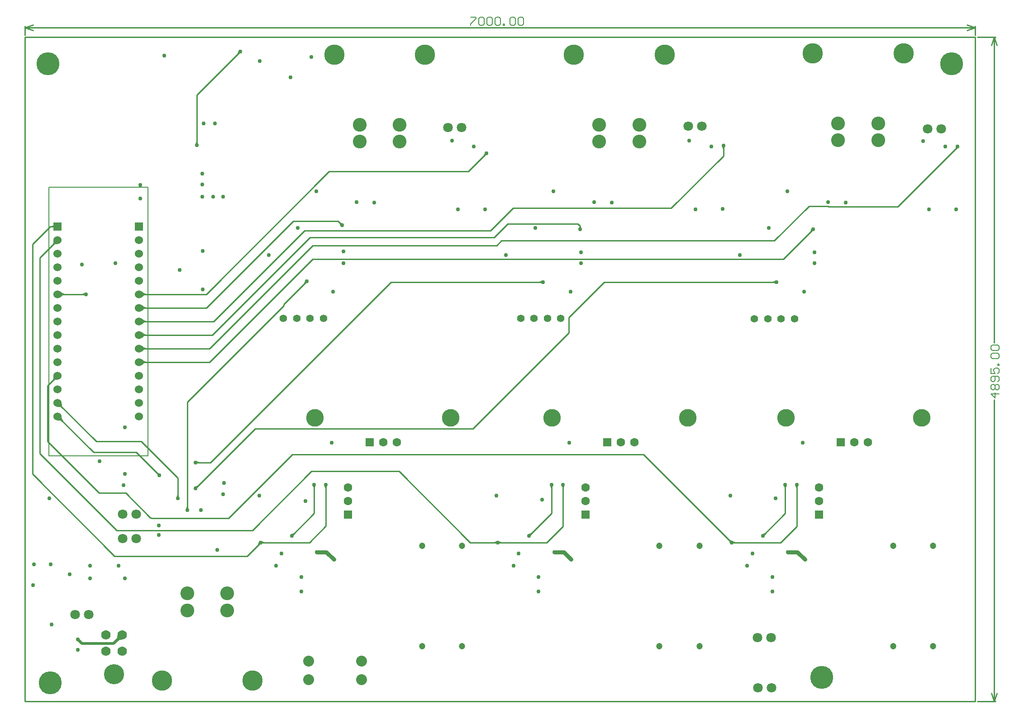
<source format=gbl>
G04*
G04 #@! TF.GenerationSoftware,Altium Limited,Altium Designer,21.9.2 (33)*
G04*
G04 Layer_Physical_Order=4*
G04 Layer_Color=16711680*
%FSLAX25Y25*%
%MOIN*%
G70*
G04*
G04 #@! TF.SameCoordinates,20C0D9CC-F100-46A5-AC51-F6AD6B347EFB*
G04*
G04*
G04 #@! TF.FilePolarity,Positive*
G04*
G01*
G75*
%ADD12C,0.01000*%
%ADD15C,0.00500*%
%ADD17C,0.00600*%
%ADD27C,0.03000*%
%ADD80C,0.02000*%
%ADD83C,0.03000*%
%ADD85C,0.07087*%
%ADD86C,0.05600*%
%ADD87C,0.10158*%
%ADD88C,0.15000*%
%ADD89C,0.16929*%
%ADD90C,0.06024*%
%ADD91R,0.06024X0.06024*%
%ADD92C,0.07000*%
%ADD93C,0.14800*%
%ADD94C,0.04724*%
%ADD95C,0.13000*%
%ADD96R,0.06299X0.06299*%
%ADD97C,0.06299*%
%ADD98R,0.06299X0.06299*%
%ADD99C,0.08000*%
G36*
X39720Y43366D02*
X39015Y44000D01*
X40500Y45485D01*
X40506Y45465D01*
X40525Y45434D01*
X40557Y45392D01*
X40658Y45274D01*
X41014Y44901D01*
X41134Y44780D01*
X39720Y43366D01*
D02*
G37*
G36*
X66936Y45651D02*
X67142Y45877D01*
X67326Y46122D01*
X67487Y46386D01*
X67627Y46669D01*
X67744Y46971D01*
X67840Y47292D01*
X67913Y47632D01*
X67964Y47991D01*
X67993Y48368D01*
X68000Y48765D01*
X71465Y45300D01*
X71068Y45293D01*
X70691Y45264D01*
X70332Y45213D01*
X69992Y45140D01*
X69671Y45044D01*
X69369Y44927D01*
X69086Y44787D01*
X68822Y44626D01*
X68577Y44442D01*
X68350Y44236D01*
X66936Y45651D01*
D02*
G37*
G36*
X120000Y143314D02*
X120006Y143175D01*
X120022Y143039D01*
X120050Y142907D01*
X120088Y142778D01*
X120138Y142651D01*
X120198Y142529D01*
X120270Y142410D01*
X120352Y142294D01*
X120446Y142181D01*
X120550Y142071D01*
X118450D01*
X118554Y142181D01*
X118648Y142294D01*
X118730Y142410D01*
X118802Y142529D01*
X118862Y142651D01*
X118912Y142778D01*
X118950Y142907D01*
X118978Y143039D01*
X118994Y143175D01*
X119000Y143314D01*
X120000D01*
D02*
G37*
G36*
X112932Y151837D02*
X112937Y151697D01*
X112954Y151561D01*
X112983Y151429D01*
X113022Y151301D01*
X113074Y151177D01*
X113136Y151057D01*
X113210Y150941D01*
X113295Y150829D01*
X113392Y150722D01*
X113500Y150618D01*
X111402Y150522D01*
X111503Y150637D01*
X111593Y150755D01*
X111672Y150875D01*
X111741Y150998D01*
X111799Y151123D01*
X111847Y151251D01*
X111884Y151381D01*
X111910Y151514D01*
X111926Y151650D01*
X111932Y151788D01*
X112932Y151837D01*
D02*
G37*
G36*
X127490Y158283D02*
X127395Y158181D01*
X127311Y158073D01*
X127237Y157960D01*
X127173Y157841D01*
X127119Y157717D01*
X127075Y157588D01*
X127041Y157453D01*
X127017Y157312D01*
X127003Y157166D01*
X127000Y157015D01*
X125515Y158500D01*
X125666Y158503D01*
X125812Y158517D01*
X125953Y158541D01*
X126087Y158575D01*
X126217Y158619D01*
X126341Y158673D01*
X126460Y158737D01*
X126573Y158811D01*
X126681Y158896D01*
X126783Y158990D01*
X127490Y158283D01*
D02*
G37*
G36*
X23970Y236988D02*
X23535Y236985D01*
X22755Y236933D01*
X22410Y236884D01*
X22095Y236820D01*
X21811Y236740D01*
X21557Y236645D01*
X21333Y236535D01*
X21139Y236409D01*
X20976Y236268D01*
X20268Y236976D01*
X20409Y237139D01*
X20535Y237333D01*
X20645Y237557D01*
X20740Y237811D01*
X20820Y238095D01*
X20884Y238410D01*
X20933Y238755D01*
X20985Y239535D01*
X20988Y239970D01*
X23970Y236988D01*
D02*
G37*
G36*
X27015Y219535D02*
X27067Y218755D01*
X27116Y218410D01*
X27180Y218095D01*
X27260Y217811D01*
X27355Y217557D01*
X27465Y217333D01*
X27591Y217139D01*
X27731Y216976D01*
X27024Y216268D01*
X26861Y216409D01*
X26667Y216535D01*
X26443Y216645D01*
X26189Y216740D01*
X25905Y216820D01*
X25590Y216884D01*
X25245Y216933D01*
X24465Y216985D01*
X24030Y216988D01*
X27012Y219970D01*
X27015Y219535D01*
D02*
G37*
G36*
X27014Y209581D02*
X27032Y209290D01*
X27069Y208992D01*
X27124Y208711D01*
X27196Y208447D01*
X27285Y208201D01*
X27392Y207972D01*
X27517Y207760D01*
X27659Y207565D01*
X27819Y207388D01*
X27583Y207152D01*
X27591Y207139D01*
X27731Y206976D01*
X27024Y206269D01*
X26861Y206409D01*
X26667Y206535D01*
X26443Y206645D01*
X26189Y206740D01*
X25905Y206820D01*
X25590Y206884D01*
X25245Y206933D01*
X24465Y206985D01*
X24030Y206988D01*
X27012Y209970D01*
X27014Y209581D01*
D02*
G37*
G36*
X126681Y176945D02*
X126794Y176852D01*
X126909Y176769D01*
X127029Y176698D01*
X127152Y176637D01*
X127278Y176588D01*
X127407Y176549D01*
X127539Y176522D01*
X127675Y176505D01*
X127814Y176500D01*
Y175500D01*
X127675Y175495D01*
X127539Y175478D01*
X127407Y175451D01*
X127278Y175412D01*
X127152Y175363D01*
X127029Y175302D01*
X126909Y175231D01*
X126794Y175148D01*
X126681Y175055D01*
X126571Y174950D01*
Y177050D01*
X126681Y176945D01*
D02*
G37*
G36*
X97819Y168395D02*
X97927Y168311D01*
X98040Y168237D01*
X98159Y168173D01*
X98283Y168119D01*
X98413Y168075D01*
X98547Y168041D01*
X98688Y168017D01*
X98834Y168003D01*
X98985Y168000D01*
X97500Y166515D01*
X97497Y166666D01*
X97483Y166812D01*
X97459Y166953D01*
X97425Y167087D01*
X97381Y167217D01*
X97327Y167341D01*
X97263Y167460D01*
X97189Y167573D01*
X97105Y167681D01*
X97010Y167783D01*
X97717Y168490D01*
X97819Y168395D01*
D02*
G37*
G36*
X158485Y477500D02*
X158334Y477497D01*
X158188Y477483D01*
X158047Y477459D01*
X157913Y477425D01*
X157783Y477381D01*
X157659Y477327D01*
X157540Y477263D01*
X157427Y477189D01*
X157319Y477105D01*
X157217Y477010D01*
X156510Y477717D01*
X156605Y477819D01*
X156689Y477927D01*
X156763Y478040D01*
X156827Y478159D01*
X156881Y478283D01*
X156925Y478412D01*
X156959Y478547D01*
X156983Y478688D01*
X156997Y478834D01*
X157000Y478985D01*
X158485Y477500D01*
D02*
G37*
G36*
X127006Y412175D02*
X127022Y412039D01*
X127050Y411907D01*
X127088Y411777D01*
X127137Y411652D01*
X127198Y411529D01*
X127269Y411410D01*
X127352Y411294D01*
X127445Y411181D01*
X127550Y411071D01*
X125450D01*
X125555Y411181D01*
X125648Y411294D01*
X125731Y411410D01*
X125802Y411529D01*
X125863Y411652D01*
X125912Y411777D01*
X125951Y411907D01*
X125978Y412039D01*
X125995Y412175D01*
X126000Y412314D01*
X127000D01*
X127006Y412175D01*
D02*
G37*
G36*
X21012Y349000D02*
X21002Y349095D01*
X20972Y349180D01*
X20921Y349255D01*
X20850Y349320D01*
X20759Y349375D01*
X20648Y349420D01*
X20516Y349455D01*
X20365Y349480D01*
X20192Y349495D01*
X20000Y349500D01*
Y350500D01*
X20192Y350505D01*
X20365Y350520D01*
X20516Y350545D01*
X20648Y350580D01*
X20759Y350625D01*
X20850Y350680D01*
X20921Y350745D01*
X20972Y350820D01*
X21002Y350905D01*
X21012Y351000D01*
Y349000D01*
D02*
G37*
G36*
X23970Y336988D02*
X23535Y336985D01*
X22755Y336933D01*
X22410Y336884D01*
X22095Y336820D01*
X21811Y336740D01*
X21557Y336645D01*
X21333Y336535D01*
X21139Y336409D01*
X20976Y336268D01*
X20268Y336976D01*
X20409Y337139D01*
X20535Y337333D01*
X20645Y337557D01*
X20740Y337811D01*
X20820Y338095D01*
X20884Y338410D01*
X20933Y338755D01*
X20985Y339535D01*
X20988Y339970D01*
X23970Y336988D01*
D02*
G37*
G36*
X43929Y298950D02*
X43819Y299055D01*
X43707Y299148D01*
X43591Y299231D01*
X43471Y299302D01*
X43349Y299362D01*
X43222Y299412D01*
X43093Y299450D01*
X42961Y299478D01*
X42825Y299495D01*
X42686Y299500D01*
Y300500D01*
X42825Y300505D01*
X42961Y300522D01*
X43093Y300550D01*
X43222Y300588D01*
X43349Y300638D01*
X43471Y300698D01*
X43591Y300769D01*
X43707Y300852D01*
X43819Y300945D01*
X43929Y301050D01*
Y298950D01*
D02*
G37*
G36*
X86461Y301803D02*
X87049Y301288D01*
X87328Y301079D01*
X87596Y300902D01*
X87853Y300757D01*
X88100Y300645D01*
X88336Y300564D01*
X88562Y300516D01*
X88777Y300500D01*
Y299500D01*
X88562Y299484D01*
X88336Y299436D01*
X88100Y299355D01*
X87853Y299243D01*
X87596Y299098D01*
X87328Y298921D01*
X87049Y298712D01*
X86461Y298197D01*
X86151Y297892D01*
Y302108D01*
X86461Y301803D01*
D02*
G37*
G36*
X26461D02*
X27049Y301288D01*
X27328Y301079D01*
X27596Y300902D01*
X27853Y300757D01*
X28100Y300645D01*
X28336Y300564D01*
X28562Y300516D01*
X28777Y300500D01*
Y299500D01*
X28562Y299484D01*
X28336Y299436D01*
X28100Y299355D01*
X27853Y299243D01*
X27596Y299098D01*
X27328Y298921D01*
X27049Y298712D01*
X26461Y298197D01*
X26151Y297892D01*
Y302108D01*
X26461Y301803D01*
D02*
G37*
G36*
X86461Y291803D02*
X87049Y291288D01*
X87328Y291079D01*
X87596Y290902D01*
X87853Y290757D01*
X88100Y290645D01*
X88336Y290564D01*
X88562Y290516D01*
X88777Y290500D01*
Y289500D01*
X88562Y289484D01*
X88336Y289436D01*
X88100Y289355D01*
X87853Y289243D01*
X87596Y289098D01*
X87328Y288921D01*
X87049Y288712D01*
X86461Y288197D01*
X86151Y287892D01*
Y292108D01*
X86461Y291803D01*
D02*
G37*
G36*
Y281803D02*
X87049Y281288D01*
X87328Y281079D01*
X87596Y280902D01*
X87853Y280757D01*
X88100Y280645D01*
X88336Y280564D01*
X88562Y280516D01*
X88777Y280500D01*
Y279500D01*
X88562Y279484D01*
X88336Y279436D01*
X88100Y279355D01*
X87853Y279243D01*
X87596Y279098D01*
X87328Y278921D01*
X87049Y278712D01*
X86461Y278197D01*
X86151Y277892D01*
Y282108D01*
X86461Y281803D01*
D02*
G37*
G36*
Y271803D02*
X87049Y271288D01*
X87328Y271079D01*
X87596Y270902D01*
X87853Y270757D01*
X88100Y270645D01*
X88336Y270564D01*
X88562Y270516D01*
X88777Y270500D01*
Y269500D01*
X88562Y269484D01*
X88336Y269436D01*
X88100Y269355D01*
X87853Y269243D01*
X87596Y269098D01*
X87328Y268921D01*
X87049Y268712D01*
X86461Y268197D01*
X86151Y267892D01*
Y272108D01*
X86461Y271803D01*
D02*
G37*
G36*
Y261803D02*
X87049Y261288D01*
X87328Y261079D01*
X87596Y260902D01*
X87853Y260757D01*
X88100Y260645D01*
X88336Y260564D01*
X88562Y260516D01*
X88777Y260500D01*
Y259500D01*
X88562Y259484D01*
X88336Y259436D01*
X88100Y259355D01*
X87853Y259243D01*
X87596Y259098D01*
X87328Y258921D01*
X87049Y258712D01*
X86461Y258197D01*
X86151Y257892D01*
Y262108D01*
X86461Y261803D01*
D02*
G37*
G36*
Y251803D02*
X87049Y251288D01*
X87328Y251079D01*
X87596Y250902D01*
X87853Y250757D01*
X88100Y250645D01*
X88336Y250564D01*
X88562Y250516D01*
X88777Y250500D01*
Y249500D01*
X88562Y249484D01*
X88336Y249436D01*
X88100Y249355D01*
X87853Y249243D01*
X87596Y249098D01*
X87328Y248921D01*
X87049Y248712D01*
X86461Y248197D01*
X86151Y247892D01*
Y252108D01*
X86461Y251803D01*
D02*
G37*
G36*
X171471Y115737D02*
X171565Y115839D01*
X171650Y115947D01*
X171724Y116060D01*
X171788Y116179D01*
X171842Y116303D01*
X171886Y116432D01*
X171920Y116567D01*
X171944Y116708D01*
X171957Y116853D01*
X171961Y117005D01*
X173446Y115520D01*
X173294Y115516D01*
X173149Y115503D01*
X173008Y115479D01*
X172873Y115445D01*
X172744Y115401D01*
X172619Y115347D01*
X172501Y115283D01*
X172388Y115209D01*
X172280Y115124D01*
X172178Y115030D01*
X171471Y115737D01*
D02*
G37*
G36*
X175775Y116520D02*
X175636Y116514D01*
X175500Y116498D01*
X175367Y116470D01*
X175238Y116432D01*
X175112Y116382D01*
X174989Y116322D01*
X174870Y116250D01*
X174754Y116168D01*
X174641Y116074D01*
X174532Y115970D01*
Y118070D01*
X174641Y117965D01*
X174754Y117872D01*
X174870Y117789D01*
X174989Y117718D01*
X175112Y117657D01*
X175238Y117608D01*
X175367Y117569D01*
X175500Y117542D01*
X175636Y117525D01*
X175775Y117520D01*
Y116520D01*
D02*
G37*
G36*
X198451Y123302D02*
X198356Y123200D01*
X198272Y123093D01*
X198197Y122979D01*
X198133Y122861D01*
X198079Y122737D01*
X198035Y122607D01*
X198001Y122472D01*
X197978Y122332D01*
X197964Y122186D01*
X197960Y122035D01*
X196476Y123520D01*
X196627Y123523D01*
X196773Y123537D01*
X196913Y123561D01*
X197048Y123594D01*
X197178Y123638D01*
X197302Y123692D01*
X197420Y123757D01*
X197534Y123831D01*
X197641Y123915D01*
X197743Y124010D01*
X198451Y123302D01*
D02*
G37*
G36*
X346005Y117500D02*
X346144Y117506D01*
X346280Y117522D01*
X346412Y117550D01*
X346541Y117588D01*
X346667Y117638D01*
X346790Y117698D01*
X346909Y117770D01*
X347025Y117852D01*
X347138Y117946D01*
X347248Y118050D01*
Y115950D01*
X347138Y116054D01*
X347025Y116148D01*
X346909Y116230D01*
X346790Y116302D01*
X346667Y116363D01*
X346541Y116412D01*
X346412Y116451D01*
X346280Y116478D01*
X346144Y116495D01*
X346005Y116500D01*
Y117500D01*
D02*
G37*
G36*
X350633Y116500D02*
X350494Y116495D01*
X350358Y116478D01*
X350226Y116451D01*
X350096Y116412D01*
X349970Y116363D01*
X349848Y116302D01*
X349728Y116230D01*
X349612Y116148D01*
X349500Y116054D01*
X349390Y115950D01*
Y118050D01*
X349500Y117946D01*
X349612Y117852D01*
X349728Y117770D01*
X349848Y117698D01*
X349970Y117638D01*
X350096Y117588D01*
X350226Y117550D01*
X350358Y117522D01*
X350494Y117506D01*
X350633Y117500D01*
Y116500D01*
D02*
G37*
G36*
X373309Y123283D02*
X373214Y123181D01*
X373130Y123073D01*
X373056Y122960D01*
X372991Y122841D01*
X372937Y122717D01*
X372894Y122588D01*
X372860Y122453D01*
X372836Y122312D01*
X372822Y122166D01*
X372819Y122015D01*
X371334Y123500D01*
X371485Y123503D01*
X371631Y123517D01*
X371772Y123541D01*
X371906Y123575D01*
X372036Y123619D01*
X372160Y123673D01*
X372279Y123737D01*
X372392Y123811D01*
X372499Y123896D01*
X372602Y123990D01*
X373309Y123283D01*
D02*
G37*
G36*
X212461Y157205D02*
X212455Y157345D01*
X212439Y157480D01*
X212411Y157613D01*
X212373Y157742D01*
X212323Y157868D01*
X212263Y157991D01*
X212191Y158110D01*
X212109Y158226D01*
X212015Y158339D01*
X211911Y158449D01*
X214011D01*
X213906Y158339D01*
X213813Y158226D01*
X213730Y158110D01*
X213659Y157991D01*
X213598Y157868D01*
X213549Y157742D01*
X213510Y157613D01*
X213483Y157480D01*
X213466Y157345D01*
X213461Y157205D01*
X212461D01*
D02*
G37*
G36*
X220961D02*
X220955Y157345D01*
X220939Y157480D01*
X220911Y157613D01*
X220873Y157742D01*
X220823Y157868D01*
X220763Y157991D01*
X220691Y158110D01*
X220609Y158226D01*
X220515Y158339D01*
X220411Y158449D01*
X222511D01*
X222406Y158339D01*
X222313Y158226D01*
X222230Y158110D01*
X222159Y157991D01*
X222098Y157868D01*
X222049Y157742D01*
X222010Y157613D01*
X221983Y157480D01*
X221966Y157345D01*
X221961Y157205D01*
X220961D01*
D02*
G37*
G36*
X205510Y308217D02*
X205605Y308319D01*
X205689Y308427D01*
X205763Y308540D01*
X205827Y308659D01*
X205881Y308783D01*
X205925Y308912D01*
X205959Y309047D01*
X205983Y309188D01*
X205997Y309334D01*
X206000Y309485D01*
X207485Y308000D01*
X207334Y307997D01*
X207188Y307983D01*
X207047Y307959D01*
X206912Y307925D01*
X206783Y307881D01*
X206659Y307827D01*
X206540Y307763D01*
X206427Y307689D01*
X206319Y307605D01*
X206217Y307510D01*
X205510Y308217D01*
D02*
G37*
G36*
X232217Y352990D02*
X232319Y352895D01*
X232427Y352811D01*
X232540Y352737D01*
X232659Y352673D01*
X232783Y352619D01*
X232912Y352575D01*
X233047Y352541D01*
X233188Y352517D01*
X233334Y352503D01*
X233485Y352500D01*
X232000Y351015D01*
X231997Y351166D01*
X231983Y351312D01*
X231959Y351453D01*
X231925Y351588D01*
X231881Y351717D01*
X231827Y351841D01*
X231763Y351960D01*
X231689Y352073D01*
X231605Y352181D01*
X231510Y352283D01*
X232217Y352990D01*
D02*
G37*
G36*
X338010Y402717D02*
X338105Y402819D01*
X338189Y402927D01*
X338263Y403040D01*
X338327Y403159D01*
X338381Y403283D01*
X338425Y403412D01*
X338459Y403547D01*
X338483Y403688D01*
X338497Y403834D01*
X338500Y403985D01*
X339985Y402500D01*
X339834Y402497D01*
X339688Y402483D01*
X339547Y402459D01*
X339412Y402425D01*
X339283Y402381D01*
X339159Y402327D01*
X339040Y402263D01*
X338927Y402189D01*
X338819Y402105D01*
X338717Y402010D01*
X338010Y402717D01*
D02*
G37*
G36*
X379186Y309500D02*
X379325Y309506D01*
X379461Y309522D01*
X379593Y309549D01*
X379722Y309588D01*
X379849Y309637D01*
X379971Y309698D01*
X380090Y309770D01*
X380207Y309852D01*
X380319Y309946D01*
X380429Y310050D01*
Y307950D01*
X380319Y308054D01*
X380207Y308148D01*
X380090Y308230D01*
X379971Y308302D01*
X379849Y308363D01*
X379722Y308412D01*
X379593Y308451D01*
X379461Y308478D01*
X379325Y308494D01*
X379186Y308500D01*
Y309500D01*
D02*
G37*
G36*
X515446Y408319D02*
X515352Y408207D01*
X515270Y408090D01*
X515198Y407971D01*
X515137Y407849D01*
X515088Y407723D01*
X515050Y407593D01*
X515022Y407461D01*
X515005Y407325D01*
X515000Y407186D01*
X514000D01*
X513995Y407325D01*
X513978Y407461D01*
X513950Y407593D01*
X513912Y407723D01*
X513863Y407849D01*
X513802Y407971D01*
X513730Y408090D01*
X513648Y408207D01*
X513554Y408319D01*
X513450Y408429D01*
X515550D01*
X515446Y408319D01*
D02*
G37*
G36*
X409504Y350127D02*
X409516Y349986D01*
X409537Y349855D01*
X409565Y349732D01*
X409602Y349620D01*
X409646Y349516D01*
X409699Y349422D01*
X409760Y349337D01*
X409829Y349261D01*
X409906Y349195D01*
X408094D01*
X408171Y349261D01*
X408240Y349337D01*
X408301Y349422D01*
X408354Y349516D01*
X408398Y349620D01*
X408435Y349732D01*
X408463Y349855D01*
X408484Y349986D01*
X408496Y350127D01*
X408500Y350277D01*
X409500D01*
X409504Y350127D01*
D02*
G37*
G36*
X397264Y158319D02*
X397171Y158206D01*
X397088Y158090D01*
X397017Y157971D01*
X396956Y157849D01*
X396907Y157722D01*
X396868Y157593D01*
X396841Y157461D01*
X396824Y157325D01*
X396819Y157186D01*
X395819D01*
X395813Y157325D01*
X395797Y157461D01*
X395769Y157593D01*
X395731Y157722D01*
X395681Y157849D01*
X395621Y157971D01*
X395549Y158090D01*
X395467Y158206D01*
X395373Y158319D01*
X395269Y158429D01*
X397369D01*
X397264Y158319D01*
D02*
G37*
G36*
X388764D02*
X388671Y158206D01*
X388588Y158090D01*
X388517Y157971D01*
X388456Y157849D01*
X388407Y157722D01*
X388368Y157593D01*
X388341Y157461D01*
X388324Y157325D01*
X388319Y157186D01*
X387319D01*
X387313Y157325D01*
X387297Y157461D01*
X387269Y157593D01*
X387231Y157722D01*
X387181Y157849D01*
X387121Y157971D01*
X387049Y158090D01*
X386967Y158206D01*
X386873Y158319D01*
X386769Y158429D01*
X388869D01*
X388764Y158319D01*
D02*
G37*
G36*
X519319Y118895D02*
X519427Y118811D01*
X519540Y118737D01*
X519659Y118673D01*
X519783Y118619D01*
X519912Y118575D01*
X520047Y118541D01*
X520188Y118517D01*
X520334Y118503D01*
X520485Y118500D01*
X519000Y117015D01*
X518997Y117166D01*
X518983Y117312D01*
X518959Y117453D01*
X518925Y117587D01*
X518881Y117717D01*
X518827Y117841D01*
X518763Y117960D01*
X518689Y118073D01*
X518605Y118181D01*
X518510Y118283D01*
X519217Y118990D01*
X519319Y118895D01*
D02*
G37*
G36*
X521681Y117946D02*
X521794Y117852D01*
X521910Y117770D01*
X522029Y117698D01*
X522152Y117638D01*
X522277Y117588D01*
X522407Y117550D01*
X522539Y117522D01*
X522675Y117506D01*
X522814Y117500D01*
Y116500D01*
X522675Y116495D01*
X522539Y116478D01*
X522407Y116451D01*
X522277Y116412D01*
X522152Y116363D01*
X522029Y116302D01*
X521910Y116230D01*
X521794Y116148D01*
X521681Y116054D01*
X521571Y115950D01*
Y118050D01*
X521681Y117946D01*
D02*
G37*
G36*
X569446Y158319D02*
X569352Y158206D01*
X569270Y158090D01*
X569198Y157971D01*
X569137Y157849D01*
X569088Y157722D01*
X569050Y157593D01*
X569022Y157461D01*
X569005Y157325D01*
X569000Y157186D01*
X568000D01*
X567994Y157325D01*
X567978Y157461D01*
X567950Y157593D01*
X567912Y157722D01*
X567863Y157849D01*
X567802Y157971D01*
X567731Y158090D01*
X567648Y158206D01*
X567555Y158319D01*
X567450Y158429D01*
X569550D01*
X569446Y158319D01*
D02*
G37*
G36*
X560946D02*
X560852Y158206D01*
X560770Y158090D01*
X560698Y157971D01*
X560638Y157849D01*
X560588Y157722D01*
X560549Y157593D01*
X560522Y157461D01*
X560505Y157325D01*
X560500Y157186D01*
X559500D01*
X559494Y157325D01*
X559478Y157461D01*
X559450Y157593D01*
X559412Y157722D01*
X559363Y157849D01*
X559302Y157971D01*
X559231Y158090D01*
X559148Y158206D01*
X559055Y158319D01*
X558950Y158429D01*
X561050D01*
X560946Y158319D01*
D02*
G37*
G36*
X545490Y123283D02*
X545396Y123181D01*
X545311Y123073D01*
X545237Y122960D01*
X545173Y122841D01*
X545119Y122717D01*
X545075Y122588D01*
X545041Y122453D01*
X545017Y122312D01*
X545003Y122166D01*
X545000Y122015D01*
X543515Y123500D01*
X543666Y123503D01*
X543812Y123517D01*
X543953Y123541D01*
X544088Y123575D01*
X544217Y123619D01*
X544341Y123673D01*
X544460Y123737D01*
X544573Y123811D01*
X544681Y123896D01*
X544783Y123990D01*
X545490Y123283D01*
D02*
G37*
G36*
X551186Y309500D02*
X551325Y309506D01*
X551461Y309522D01*
X551593Y309549D01*
X551722Y309588D01*
X551849Y309637D01*
X551971Y309698D01*
X552091Y309770D01*
X552207Y309852D01*
X552319Y309946D01*
X552429Y310050D01*
Y307950D01*
X552319Y308054D01*
X552207Y308148D01*
X552091Y308230D01*
X551971Y308302D01*
X551849Y308363D01*
X551722Y308412D01*
X551593Y308451D01*
X551461Y308478D01*
X551325Y308494D01*
X551186Y308500D01*
Y309500D01*
D02*
G37*
G36*
X578510Y346717D02*
X578605Y346819D01*
X578689Y346927D01*
X578763Y347040D01*
X578827Y347159D01*
X578881Y347283D01*
X578925Y347412D01*
X578959Y347547D01*
X578983Y347688D01*
X578997Y347834D01*
X579000Y347985D01*
X580485Y346500D01*
X580334Y346497D01*
X580188Y346483D01*
X580047Y346459D01*
X579913Y346425D01*
X579783Y346381D01*
X579659Y346327D01*
X579540Y346263D01*
X579427Y346189D01*
X579319Y346105D01*
X579217Y346010D01*
X578510Y346717D01*
D02*
G37*
G36*
X685205Y407412D02*
X685301Y407517D01*
X685384Y407626D01*
X685453Y407739D01*
X685508Y407856D01*
X685549Y407976D01*
X685576Y408100D01*
X685590Y408227D01*
X685589Y408359D01*
X685574Y408493D01*
X685546Y408632D01*
X687339Y407539D01*
X687187Y407500D01*
X686903Y407405D01*
X686769Y407349D01*
X686642Y407287D01*
X686520Y407219D01*
X686405Y407145D01*
X686296Y407065D01*
X686192Y406979D01*
X686095Y406888D01*
X685205Y407412D01*
D02*
G37*
D12*
X92330Y135289D02*
G03*
X93029Y135000I703J711D01*
G01*
X136000Y260000D02*
X212000Y336000D01*
X347500D02*
X351000Y339500D01*
X212000Y336000D02*
X347500D01*
X138000Y270000D02*
X210000Y342000D01*
X345500D02*
X355500Y352000D01*
X210000Y342000D02*
X345500D01*
X212000Y326000D02*
X558500D01*
X580500Y348000D01*
X136000Y250000D02*
X212000Y326000D01*
X230500Y354000D02*
X233500Y351000D01*
X197500Y354000D02*
X230500D01*
X139000Y280000D02*
X206000Y347000D01*
X343000D02*
X359500Y363500D01*
X206000Y347000D02*
X343000D01*
X407277Y352000D02*
X409000Y350277D01*
Y348000D02*
Y350277D01*
X355500Y352000D02*
X407277D01*
X133500Y290000D02*
X197500Y354000D01*
X224000Y390500D02*
X326500D01*
X340000Y404000D01*
X126500Y447000D02*
X158500Y479000D01*
X84000Y290000D02*
X133500D01*
X84000Y260000D02*
X136000D01*
X84000Y270000D02*
X138000D01*
X84000Y280000D02*
X139000D01*
X82000Y183500D02*
X99000Y166500D01*
X85500Y191500D02*
X112432Y164568D01*
Y149500D02*
Y164568D01*
X50500Y183500D02*
X82000D01*
X24000Y210000D02*
X50500Y183500D01*
X16500Y211533D02*
Y232500D01*
Y191500D02*
Y211533D01*
X74060Y153560D02*
X92330Y135289D01*
X16500Y191500D02*
X54440Y153560D01*
X74060D01*
X93029Y135000D02*
X150000D01*
X66000Y107000D02*
X163441D01*
X173461Y117020D01*
X5500Y167500D02*
X66000Y107000D01*
X24500Y210000D02*
X27466Y207034D01*
X24000Y210000D02*
X24500D01*
X125500Y157000D02*
X169520Y201020D01*
X330020D01*
X24000Y300000D02*
X45000D01*
X24000Y220000D02*
X52500Y191500D01*
X85500D01*
X119500Y220500D02*
X190500Y291500D01*
X119500Y141000D02*
Y220500D01*
X67500Y126000D02*
X167500D01*
X11000Y182500D02*
X67500Y126000D01*
X167500D02*
X211000Y169500D01*
X173461Y117020D02*
X209428D01*
X133500Y300000D02*
X224000Y390500D01*
X84000Y300000D02*
X133500D01*
X330020Y201020D02*
X400500Y271500D01*
X197000Y182000D02*
X455500D01*
X275500Y169500D02*
X328000Y117000D01*
X455500Y182000D02*
X520500Y117000D01*
X328000D02*
X348319D01*
X150000Y135000D02*
X197000Y182000D01*
X211000Y169500D02*
X275500D01*
X400500Y271500D02*
Y283000D01*
X426500Y309000D01*
X553500D01*
X125500Y176000D02*
X136500D01*
X269500Y309000D01*
X381500D01*
X190500Y291500D02*
Y292500D01*
X207500Y309500D01*
X5500Y167500D02*
Y337000D01*
X18500Y350000D01*
X16500Y232500D02*
X24000Y240000D01*
X11000Y182500D02*
Y327000D01*
X24000Y340000D01*
X18500Y350000D02*
X24000D01*
X359500Y363500D02*
X476000D01*
X514500Y402000D01*
Y409500D01*
X84000Y250000D02*
X136000D01*
X351000Y339500D02*
X552000D01*
X577500Y365000D01*
X643000Y364500D02*
X687000Y408500D01*
Y409000D01*
X591871Y364500D02*
X643000D01*
X591371Y365000D02*
X591871Y364500D01*
X577500Y365000D02*
X591371D01*
X126500Y410000D02*
Y447000D01*
X221461Y129053D02*
Y159520D01*
X209428Y117020D02*
X221461Y129053D01*
X212961Y138520D02*
Y159520D01*
X196461Y122020D02*
X212961Y138520D01*
X396319Y129033D02*
Y159500D01*
X384286Y117000D02*
X396319Y129033D01*
X348319Y117000D02*
X384286D01*
X387819Y138500D02*
Y159500D01*
X371319Y122000D02*
X387819Y138500D01*
X520500Y117000D02*
X556467D01*
X568500Y129033D01*
Y159500D01*
X560000Y138500D02*
Y159500D01*
X543500Y122000D02*
X560000Y138500D01*
X0Y0D02*
Y489500D01*
X700000D01*
Y0D02*
Y489500D01*
X0Y0D02*
X700000D01*
X712000Y6000D02*
X714000Y0D01*
X716000Y6000D01*
X714000Y489500D02*
X716000Y483500D01*
X712000D02*
X714000Y489500D01*
Y0D02*
Y222056D01*
Y264244D02*
Y489500D01*
X701500Y0D02*
X715000D01*
X701500Y489500D02*
X715000D01*
X0Y496500D02*
X6000Y498500D01*
X0Y496500D02*
X6000Y494500D01*
X694000D02*
X700000Y496500D01*
X694000Y498500D02*
X700000Y496500D01*
X0D02*
X700000D01*
X0D02*
X700000D01*
X0Y491000D02*
Y497500D01*
X700000Y491000D02*
Y497500D01*
D15*
X17504Y181004D02*
X90496D01*
Y378996D01*
X17504D02*
X90496D01*
X17504Y181004D02*
Y378996D01*
Y181004D02*
X90496D01*
Y378996D01*
X17504D02*
X90496D01*
X17504Y181004D02*
Y378996D01*
D17*
X717599Y226655D02*
X711601D01*
X714600Y223656D01*
Y227655D01*
X712601Y229654D02*
X711601Y230654D01*
Y232653D01*
X712601Y233653D01*
X713600D01*
X714600Y232653D01*
X715600Y233653D01*
X716599D01*
X717599Y232653D01*
Y230654D01*
X716599Y229654D01*
X715600D01*
X714600Y230654D01*
X713600Y229654D01*
X712601D01*
X714600Y230654D02*
Y232653D01*
X716599Y235652D02*
X717599Y236652D01*
Y238651D01*
X716599Y239651D01*
X712601D01*
X711601Y238651D01*
Y236652D01*
X712601Y235652D01*
X713600D01*
X714600Y236652D01*
Y239651D01*
X711601Y245649D02*
Y241651D01*
X714600D01*
X713600Y243650D01*
Y244650D01*
X714600Y245649D01*
X716599D01*
X717599Y244650D01*
Y242650D01*
X716599Y241651D01*
X717599Y247649D02*
X716599D01*
Y248648D01*
X717599D01*
Y247649D01*
X712601Y252647D02*
X711601Y253647D01*
Y255646D01*
X712601Y256646D01*
X716599D01*
X717599Y255646D01*
Y253647D01*
X716599Y252647D01*
X712601D01*
Y258645D02*
X711601Y259645D01*
Y261644D01*
X712601Y262644D01*
X716599D01*
X717599Y261644D01*
Y259645D01*
X716599Y258645D01*
X712601D01*
X328100Y504098D02*
X332099D01*
Y503098D01*
X328100Y499100D01*
Y498100D01*
X334098Y503098D02*
X335098Y504098D01*
X337097D01*
X338097Y503098D01*
Y499100D01*
X337097Y498100D01*
X335098D01*
X334098Y499100D01*
Y503098D01*
X340096D02*
X341096Y504098D01*
X343095D01*
X344095Y503098D01*
Y499100D01*
X343095Y498100D01*
X341096D01*
X340096Y499100D01*
Y503098D01*
X346094D02*
X347094Y504098D01*
X349093D01*
X350093Y503098D01*
Y499100D01*
X349093Y498100D01*
X347094D01*
X346094Y499100D01*
Y503098D01*
X352092Y498100D02*
Y499100D01*
X353092D01*
Y498100D01*
X352092D01*
X357091Y503098D02*
X358090Y504098D01*
X360090D01*
X361089Y503098D01*
Y499100D01*
X360090Y498100D01*
X358090D01*
X357091Y499100D01*
Y503098D01*
X363089D02*
X364088Y504098D01*
X366088D01*
X367087Y503098D01*
Y499100D01*
X366088Y498100D01*
X364088D01*
X363089Y499100D01*
Y503098D01*
D27*
X581500Y323000D02*
D03*
Y330760D02*
D03*
X234500Y331500D02*
D03*
Y323000D02*
D03*
X409500D02*
D03*
Y331000D02*
D03*
X233500Y351000D02*
D03*
X409000Y348000D02*
D03*
X580500D02*
D03*
X340000Y404000D02*
D03*
X173000Y472000D02*
D03*
X158500Y479000D02*
D03*
X206500Y147500D02*
D03*
X381000Y148500D02*
D03*
X553000Y149500D02*
D03*
X179461Y329000D02*
D03*
X99000Y166500D02*
D03*
X112500Y149500D02*
D03*
X72681Y159181D02*
D03*
X54931Y176931D02*
D03*
X141500Y111500D02*
D03*
X98500Y129500D02*
D03*
Y122500D02*
D03*
X129500Y141000D02*
D03*
X125500Y157000D02*
D03*
X146000Y152500D02*
D03*
X146500Y161000D02*
D03*
X19000Y101000D02*
D03*
X33000Y93500D02*
D03*
X18000Y149500D02*
D03*
X69000Y100000D02*
D03*
X73500Y90500D02*
D03*
X48000Y100000D02*
D03*
Y90500D02*
D03*
X6000Y85500D02*
D03*
X45000Y300000D02*
D03*
X6500Y101000D02*
D03*
X19500Y56500D02*
D03*
X39000Y45500D02*
D03*
Y38000D02*
D03*
X131000Y332000D02*
D03*
Y303500D02*
D03*
X114000Y318000D02*
D03*
X119500Y141000D02*
D03*
X553500Y309000D02*
D03*
X125500Y176000D02*
D03*
X381500Y309000D02*
D03*
X207500Y309500D02*
D03*
X73500Y167500D02*
D03*
X66500Y323000D02*
D03*
X42000Y322000D02*
D03*
X73500Y202000D02*
D03*
X172461Y151520D02*
D03*
X85000Y370500D02*
D03*
Y380500D02*
D03*
X514500Y409500D02*
D03*
X375819Y349000D02*
D03*
X526500Y329000D02*
D03*
X354319D02*
D03*
X432158Y367433D02*
D03*
X419158Y367933D02*
D03*
X401819Y302000D02*
D03*
X400819Y190500D02*
D03*
X505569Y408931D02*
D03*
X389319Y376000D02*
D03*
X493819Y362500D02*
D03*
X513816Y362720D02*
D03*
X548000Y349000D02*
D03*
X200961Y349020D02*
D03*
X226961Y302020D02*
D03*
X687000Y409000D02*
D03*
X145762Y371800D02*
D03*
X138500D02*
D03*
X130500D02*
D03*
Y380883D02*
D03*
Y389000D02*
D03*
X195500Y460000D02*
D03*
X211000Y475000D02*
D03*
X102500Y476000D02*
D03*
X140000Y426000D02*
D03*
X131500D02*
D03*
X126500Y410000D02*
D03*
X389819Y110000D02*
D03*
X378319Y91500D02*
D03*
X348319Y117000D02*
D03*
X359819Y100000D02*
D03*
X363657Y108933D02*
D03*
X184961Y100020D02*
D03*
X188799Y108953D02*
D03*
X203461Y81020D02*
D03*
X221461Y159520D02*
D03*
X212961D02*
D03*
X225961Y190520D02*
D03*
X338961Y362520D02*
D03*
X330653Y408910D02*
D03*
X314400Y413200D02*
D03*
X318961Y362520D02*
D03*
X214461Y376020D02*
D03*
X257242Y367413D02*
D03*
X203461Y91520D02*
D03*
X173461Y117020D02*
D03*
X196461Y122020D02*
D03*
X227461Y104520D02*
D03*
X214961Y110020D02*
D03*
X378319Y81000D02*
D03*
X396319Y159500D02*
D03*
X387819D02*
D03*
X371319Y122000D02*
D03*
X347319Y151500D02*
D03*
X402319Y104500D02*
D03*
X489316Y413221D02*
D03*
X244241Y367913D02*
D03*
X520500Y117000D02*
D03*
X519500Y151500D02*
D03*
X573000Y190500D02*
D03*
X568500Y159500D02*
D03*
X560000D02*
D03*
X543500Y122000D02*
D03*
X550500Y81000D02*
D03*
Y91500D02*
D03*
X532000Y100000D02*
D03*
X536000Y109000D02*
D03*
X562000Y110000D02*
D03*
X574500Y104500D02*
D03*
X561500Y376000D02*
D03*
X574000Y302000D02*
D03*
X604500Y367500D02*
D03*
X591500Y368000D02*
D03*
X686000Y362500D02*
D03*
X666000D02*
D03*
X677753Y408710D02*
D03*
X661500Y413000D02*
D03*
D80*
X39000Y45500D02*
X42000Y42500D01*
X65200D01*
X71500Y48800D01*
D83*
X221961Y110020D02*
X227461Y104520D01*
X214961Y110020D02*
X221961D01*
X396819Y110000D02*
X402319Y104500D01*
X389819Y110000D02*
X396819D01*
X562000D02*
X569000D01*
X574500Y104500D01*
D85*
X72000Y120000D02*
D03*
X82000D02*
D03*
X72000Y138000D02*
D03*
X82000D02*
D03*
X488500Y424000D02*
D03*
X498500D02*
D03*
X311500Y423000D02*
D03*
X321500D02*
D03*
X675000Y422000D02*
D03*
X665000D02*
D03*
X540000Y10000D02*
D03*
X550000D02*
D03*
X539500Y47000D02*
D03*
X549500D02*
D03*
X47000Y64000D02*
D03*
X37000D02*
D03*
D86*
X394658Y282221D02*
D03*
X384816D02*
D03*
X374974D02*
D03*
X365132D02*
D03*
X219742Y282200D02*
D03*
X209900D02*
D03*
X200058D02*
D03*
X190216D02*
D03*
X566842Y282000D02*
D03*
X557000D02*
D03*
X547158D02*
D03*
X537316D02*
D03*
D87*
X599000Y426000D02*
D03*
X628500Y413480D02*
D03*
X599000D02*
D03*
X628500Y426000D02*
D03*
X423000Y425000D02*
D03*
X452500Y412480D02*
D03*
X423000D02*
D03*
X452500Y425000D02*
D03*
X246500D02*
D03*
X276000Y412480D02*
D03*
X246500D02*
D03*
X276000Y425000D02*
D03*
X119500Y67000D02*
D03*
X149000Y79520D02*
D03*
X119500D02*
D03*
X149000Y67000D02*
D03*
D88*
X580299Y477693D02*
D03*
X647201D02*
D03*
X404299Y476693D02*
D03*
X471201D02*
D03*
X227799D02*
D03*
X294701D02*
D03*
X100799Y15307D02*
D03*
X167701D02*
D03*
D89*
X17000Y470000D02*
D03*
X18500Y13500D02*
D03*
X587000Y17500D02*
D03*
X682500Y470000D02*
D03*
D90*
X84000Y210000D02*
D03*
X24000D02*
D03*
X84000Y220000D02*
D03*
X24000D02*
D03*
X84000Y230000D02*
D03*
X24000D02*
D03*
X84000Y240000D02*
D03*
X24000D02*
D03*
X84000Y250000D02*
D03*
X24000D02*
D03*
X84000Y260000D02*
D03*
X24000D02*
D03*
X84000Y270000D02*
D03*
X24000D02*
D03*
X84000Y280000D02*
D03*
X24000D02*
D03*
X84000Y290000D02*
D03*
X24000D02*
D03*
X84000Y300000D02*
D03*
X24000D02*
D03*
X84000Y310000D02*
D03*
X24000D02*
D03*
X84000Y320000D02*
D03*
X24000D02*
D03*
X84000Y330000D02*
D03*
X24000D02*
D03*
X84000Y340000D02*
D03*
X24000D02*
D03*
D91*
X84000Y350000D02*
D03*
X24000D02*
D03*
D92*
X59700Y48800D02*
D03*
X71500D02*
D03*
Y37000D02*
D03*
X59700D02*
D03*
D93*
X65600Y20000D02*
D03*
D94*
X292433Y40520D02*
D03*
X321961D02*
D03*
X639472Y40500D02*
D03*
X669000D02*
D03*
X321988Y114520D02*
D03*
X292461D02*
D03*
X496846Y114500D02*
D03*
X467319D02*
D03*
X467291Y40500D02*
D03*
X496819D02*
D03*
X669028Y114500D02*
D03*
X639500D02*
D03*
D95*
X313461Y209020D02*
D03*
X213461D02*
D03*
X488319Y209000D02*
D03*
X388319D02*
D03*
X660500D02*
D03*
X560500D02*
D03*
D96*
X585000Y137500D02*
D03*
X412819D02*
D03*
X237961Y137520D02*
D03*
D97*
X585000Y157500D02*
D03*
Y147500D02*
D03*
X611000Y191000D02*
D03*
X621000D02*
D03*
X237961Y147520D02*
D03*
X412819Y147500D02*
D03*
Y157500D02*
D03*
X448819Y191000D02*
D03*
X438819D02*
D03*
X237961Y157520D02*
D03*
X273961Y191020D02*
D03*
X263961D02*
D03*
D98*
X601000Y191000D02*
D03*
X428819D02*
D03*
X253961Y191020D02*
D03*
D99*
X248000Y29500D02*
D03*
X209000D02*
D03*
Y16000D02*
D03*
X248000D02*
D03*
M02*

</source>
